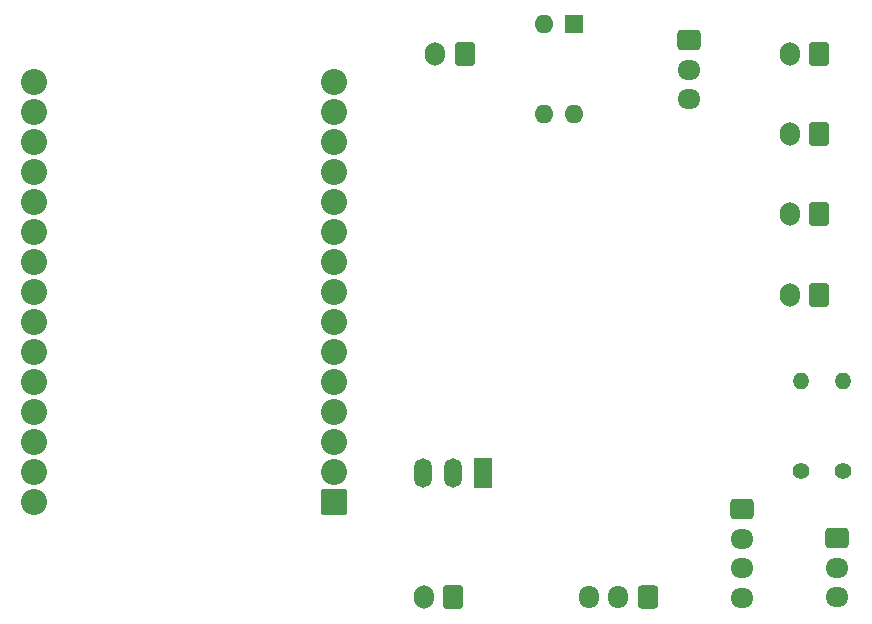
<source format=gbr>
%TF.GenerationSoftware,KiCad,Pcbnew,7.0.8*%
%TF.CreationDate,2024-02-01T15:04:04+01:00*%
%TF.ProjectId,SMD Microcontroller Schematics,534d4420-4d69-4637-926f-636f6e74726f,rev?*%
%TF.SameCoordinates,Original*%
%TF.FileFunction,Soldermask,Bot*%
%TF.FilePolarity,Negative*%
%FSLAX46Y46*%
G04 Gerber Fmt 4.6, Leading zero omitted, Abs format (unit mm)*
G04 Created by KiCad (PCBNEW 7.0.8) date 2024-02-01 15:04:04*
%MOMM*%
%LPD*%
G01*
G04 APERTURE LIST*
G04 Aperture macros list*
%AMRoundRect*
0 Rectangle with rounded corners*
0 $1 Rounding radius*
0 $2 $3 $4 $5 $6 $7 $8 $9 X,Y pos of 4 corners*
0 Add a 4 corners polygon primitive as box body*
4,1,4,$2,$3,$4,$5,$6,$7,$8,$9,$2,$3,0*
0 Add four circle primitives for the rounded corners*
1,1,$1+$1,$2,$3*
1,1,$1+$1,$4,$5*
1,1,$1+$1,$6,$7*
1,1,$1+$1,$8,$9*
0 Add four rect primitives between the rounded corners*
20,1,$1+$1,$2,$3,$4,$5,0*
20,1,$1+$1,$4,$5,$6,$7,0*
20,1,$1+$1,$6,$7,$8,$9,0*
20,1,$1+$1,$8,$9,$2,$3,0*%
G04 Aperture macros list end*
%ADD10RoundRect,0.250000X0.600000X0.750000X-0.600000X0.750000X-0.600000X-0.750000X0.600000X-0.750000X0*%
%ADD11O,1.700000X2.000000*%
%ADD12RoundRect,0.250000X-0.725000X0.600000X-0.725000X-0.600000X0.725000X-0.600000X0.725000X0.600000X0*%
%ADD13O,1.950000X1.700000*%
%ADD14RoundRect,0.102000X1.000000X1.000000X-1.000000X1.000000X-1.000000X-1.000000X1.000000X-1.000000X0*%
%ADD15C,2.204000*%
%ADD16R,1.500000X2.500000*%
%ADD17O,1.500000X2.500000*%
%ADD18C,1.400000*%
%ADD19O,1.400000X1.400000*%
%ADD20RoundRect,0.250000X0.600000X0.725000X-0.600000X0.725000X-0.600000X-0.725000X0.600000X-0.725000X0*%
%ADD21O,1.700000X1.950000*%
%ADD22R,1.600000X1.600000*%
%ADD23O,1.600000X1.600000*%
G04 APERTURE END LIST*
D10*
%TO.C,J2*%
X73000000Y-35000000D03*
D11*
X70500000Y-35000000D03*
%TD*%
D12*
%TO.C,J10*%
X104500000Y-76000000D03*
D13*
X104500000Y-78500000D03*
X104500000Y-81000000D03*
%TD*%
D10*
%TO.C,J5*%
X103000000Y-41775000D03*
D11*
X100500000Y-41775000D03*
%TD*%
D14*
%TO.C,ESP1*%
X61900000Y-72915000D03*
D15*
X61900000Y-70375000D03*
X61900000Y-67835000D03*
X61900000Y-65295000D03*
X61900000Y-62755000D03*
X61900000Y-60215000D03*
X61900000Y-57675000D03*
X61900000Y-55135000D03*
X61900000Y-52595000D03*
X61900000Y-50055000D03*
X61900000Y-47515000D03*
X61900000Y-44975000D03*
X61900000Y-42435000D03*
X61900000Y-39895000D03*
X61900000Y-37355000D03*
X36500000Y-37355000D03*
X36500000Y-39895000D03*
X36500000Y-42435000D03*
X36500000Y-44975000D03*
X36500000Y-47515000D03*
X36500000Y-50055000D03*
X36500000Y-52595000D03*
X36500000Y-55135000D03*
X36500000Y-57675000D03*
X36500000Y-60215000D03*
X36500000Y-62755000D03*
X36500000Y-65295000D03*
X36500000Y-67835000D03*
X36500000Y-70375000D03*
X36500000Y-72915000D03*
%TD*%
D10*
%TO.C,J4*%
X103000000Y-35000000D03*
D11*
X100500000Y-35000000D03*
%TD*%
D10*
%TO.C,J7*%
X103000000Y-48575000D03*
D11*
X100500000Y-48575000D03*
%TD*%
D16*
%TO.C,U1*%
X74500000Y-70500000D03*
D17*
X71960000Y-70500000D03*
X69420000Y-70500000D03*
%TD*%
D18*
%TO.C,R20*%
X105000000Y-70310000D03*
D19*
X105000000Y-62690000D03*
%TD*%
D12*
%TO.C,J9*%
X91950000Y-33825000D03*
D13*
X91950000Y-36325000D03*
X91950000Y-38825000D03*
%TD*%
D18*
%TO.C,R21*%
X101500000Y-70310000D03*
D19*
X101500000Y-62690000D03*
%TD*%
D10*
%TO.C,J6*%
X103000000Y-55375000D03*
D11*
X100500000Y-55375000D03*
%TD*%
D12*
%TO.C,J8*%
X96500000Y-73525000D03*
D13*
X96500000Y-76025000D03*
X96500000Y-78525000D03*
X96500000Y-81025000D03*
%TD*%
D10*
%TO.C,J1*%
X72000000Y-81000000D03*
D11*
X69500000Y-81000000D03*
%TD*%
D20*
%TO.C,J3*%
X88500000Y-81000000D03*
D21*
X86000000Y-81000000D03*
X83500000Y-81000000D03*
%TD*%
D22*
%TO.C,U3*%
X82275000Y-32500000D03*
D23*
X79735000Y-32500000D03*
X79735000Y-40120000D03*
X82275000Y-40120000D03*
%TD*%
M02*

</source>
